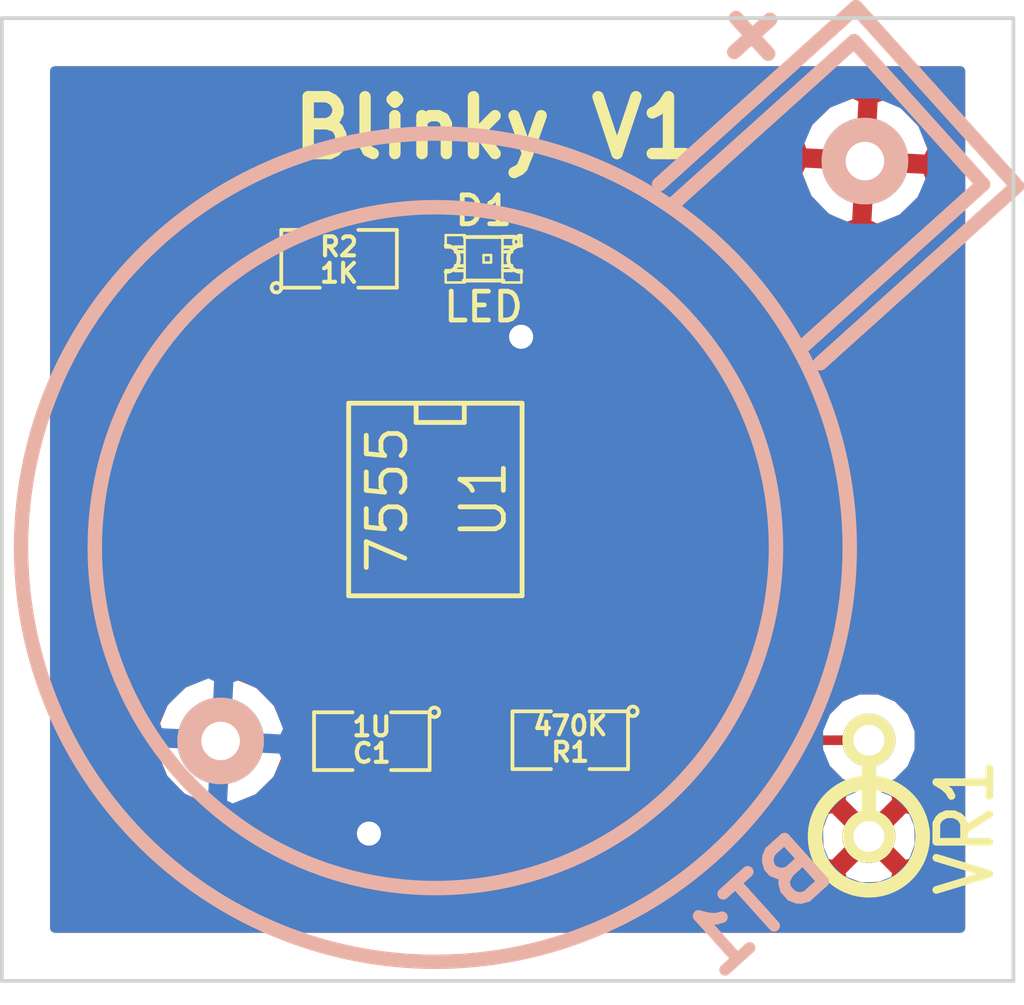
<source format=kicad_pcb>
(kicad_pcb (version 3) (host pcbnew "(2013-07-07 BZR 4022)-stable")

  (general
    (links 13)
    (no_connects 0)
    (area 191.719999 113.568872 218.982106 139.750001)
    (thickness 1.6)
    (drawings 5)
    (tracks 30)
    (zones 0)
    (modules 7)
    (nets 7)
  )

  (page USLedger)
  (title_block 
    (title "Getting to Blinky SMD")
    (company "Joseph Young")
  )

  (layers
    (15 F.Cu signal)
    (0 B.Cu signal)
    (16 B.Adhes user)
    (17 F.Adhes user)
    (18 B.Paste user)
    (19 F.Paste user)
    (20 B.SilkS user)
    (21 F.SilkS user)
    (22 B.Mask user)
    (23 F.Mask user)
    (24 Dwgs.User user)
    (25 Cmts.User user)
    (26 Eco1.User user)
    (27 Eco2.User user)
    (28 Edge.Cuts user)
  )

  (setup
    (last_trace_width 0.254)
    (trace_clearance 0.254)
    (zone_clearance 0.508)
    (zone_45_only no)
    (trace_min 0.254)
    (segment_width 0.2)
    (edge_width 0.1)
    (via_size 0.889)
    (via_drill 0.635)
    (via_min_size 0.889)
    (via_min_drill 0.508)
    (uvia_size 0.508)
    (uvia_drill 0.127)
    (uvias_allowed no)
    (uvia_min_size 0.508)
    (uvia_min_drill 0.127)
    (pcb_text_width 0.3)
    (pcb_text_size 1.5 1.5)
    (mod_edge_width 0.15)
    (mod_text_size 1 1)
    (mod_text_width 0.15)
    (pad_size 1.397 1.397)
    (pad_drill 0.8128)
    (pad_to_mask_clearance 0)
    (aux_axis_origin 0 0)
    (visible_elements 7FFFFFFF)
    (pcbplotparams
      (layerselection 284196865)
      (usegerberextensions true)
      (excludeedgelayer true)
      (linewidth 0.150000)
      (plotframeref false)
      (viasonmask false)
      (mode 1)
      (useauxorigin false)
      (hpglpennumber 1)
      (hpglpenspeed 20)
      (hpglpendiameter 15)
      (hpglpenoverlay 2)
      (psnegative false)
      (psa4output false)
      (plotreference true)
      (plotvalue true)
      (plotothertext true)
      (plotinvisibletext false)
      (padsonsilk false)
      (subtractmaskfromsilk false)
      (outputformat 1)
      (mirror false)
      (drillshape 0)
      (scaleselection 1)
      (outputdirectory Gerbers))
  )

  (net 0 "")
  (net 1 GND)
  (net 2 N-000001)
  (net 3 N-000007)
  (net 4 N-000008)
  (net 5 N-000009)
  (net 6 VBAT)

  (net_class Default "This is the default net class."
    (clearance 0.254)
    (trace_width 0.254)
    (via_dia 0.889)
    (via_drill 0.635)
    (uvia_dia 0.508)
    (uvia_drill 0.127)
    (add_net "")
    (add_net GND)
    (add_net N-000001)
    (add_net N-000007)
    (add_net N-000008)
    (add_net N-000009)
    (add_net VBAT)
  )

  (module SO8N (layer F.Cu) (tedit 45127296) (tstamp 52EC762A)
    (at 203.2 127 270)
    (descr "Module CMS SOJ 8 pins large")
    (tags "CMS SOJ")
    (path /52E89512)
    (attr smd)
    (fp_text reference U1 (at 0 -1.27 270) (layer F.SilkS)
      (effects (font (size 1.143 1.016) (thickness 0.127)))
    )
    (fp_text value 7555 (at 0 1.27 270) (layer F.SilkS)
      (effects (font (size 1.016 1.016) (thickness 0.127)))
    )
    (fp_line (start -2.54 -2.286) (end 2.54 -2.286) (layer F.SilkS) (width 0.127))
    (fp_line (start 2.54 -2.286) (end 2.54 2.286) (layer F.SilkS) (width 0.127))
    (fp_line (start 2.54 2.286) (end -2.54 2.286) (layer F.SilkS) (width 0.127))
    (fp_line (start -2.54 2.286) (end -2.54 -2.286) (layer F.SilkS) (width 0.127))
    (fp_line (start -2.54 -0.762) (end -2.032 -0.762) (layer F.SilkS) (width 0.127))
    (fp_line (start -2.032 -0.762) (end -2.032 0.508) (layer F.SilkS) (width 0.127))
    (fp_line (start -2.032 0.508) (end -2.54 0.508) (layer F.SilkS) (width 0.127))
    (pad 8 smd rect (at -1.905 -3.175 270) (size 0.508 1.143)
      (layers F.Cu F.Paste F.Mask)
      (net 6 VBAT)
    )
    (pad 7 smd rect (at -0.635 -3.175 270) (size 0.508 1.143)
      (layers F.Cu F.Paste F.Mask)
      (net 4 N-000008)
    )
    (pad 6 smd rect (at 0.635 -3.175 270) (size 0.508 1.143)
      (layers F.Cu F.Paste F.Mask)
      (net 3 N-000007)
    )
    (pad 5 smd rect (at 1.905 -3.175 270) (size 0.508 1.143)
      (layers F.Cu F.Paste F.Mask)
    )
    (pad 4 smd rect (at 1.905 3.175 270) (size 0.508 1.143)
      (layers F.Cu F.Paste F.Mask)
      (net 6 VBAT)
    )
    (pad 3 smd rect (at 0.635 3.175 270) (size 0.508 1.143)
      (layers F.Cu F.Paste F.Mask)
      (net 2 N-000001)
    )
    (pad 2 smd rect (at -0.635 3.175 270) (size 0.508 1.143)
      (layers F.Cu F.Paste F.Mask)
      (net 3 N-000007)
    )
    (pad 1 smd rect (at -1.905 3.175 270) (size 0.508 1.143)
      (layers F.Cu F.Paste F.Mask)
      (net 1 GND)
    )
    (model smd/cms_so8.wrl
      (at (xyz 0 0 0))
      (scale (xyz 0.5 0.38 0.5))
      (rotate (xyz 0 0 0))
    )
  )

  (module SM0805 (layer F.Cu) (tedit 5091495C) (tstamp 52EC7637)
    (at 201.5236 133.3754 180)
    (path /52E888AF)
    (attr smd)
    (fp_text reference C1 (at 0 -0.3175 180) (layer F.SilkS)
      (effects (font (size 0.50038 0.50038) (thickness 0.10922)))
    )
    (fp_text value 1U (at 0 0.381 180) (layer F.SilkS)
      (effects (font (size 0.50038 0.50038) (thickness 0.10922)))
    )
    (fp_circle (center -1.651 0.762) (end -1.651 0.635) (layer F.SilkS) (width 0.09906))
    (fp_line (start -0.508 0.762) (end -1.524 0.762) (layer F.SilkS) (width 0.09906))
    (fp_line (start -1.524 0.762) (end -1.524 -0.762) (layer F.SilkS) (width 0.09906))
    (fp_line (start -1.524 -0.762) (end -0.508 -0.762) (layer F.SilkS) (width 0.09906))
    (fp_line (start 0.508 -0.762) (end 1.524 -0.762) (layer F.SilkS) (width 0.09906))
    (fp_line (start 1.524 -0.762) (end 1.524 0.762) (layer F.SilkS) (width 0.09906))
    (fp_line (start 1.524 0.762) (end 0.508 0.762) (layer F.SilkS) (width 0.09906))
    (pad 1 smd rect (at -0.9525 0 180) (size 0.889 1.397)
      (layers F.Cu F.Paste F.Mask)
      (net 3 N-000007)
    )
    (pad 2 smd rect (at 0.9525 0 180) (size 0.889 1.397)
      (layers F.Cu F.Paste F.Mask)
      (net 1 GND)
    )
    (model smd/chip_cms.wrl
      (at (xyz 0 0 0))
      (scale (xyz 0.1 0.1 0.1))
      (rotate (xyz 0 0 0))
    )
  )

  (module SM0805 (layer F.Cu) (tedit 5091495C) (tstamp 52EC7644)
    (at 206.756 133.35 180)
    (path /52E888BF)
    (attr smd)
    (fp_text reference R1 (at 0 -0.3175 180) (layer F.SilkS)
      (effects (font (size 0.50038 0.50038) (thickness 0.10922)))
    )
    (fp_text value 470K (at 0 0.381 180) (layer F.SilkS)
      (effects (font (size 0.50038 0.50038) (thickness 0.10922)))
    )
    (fp_circle (center -1.651 0.762) (end -1.651 0.635) (layer F.SilkS) (width 0.09906))
    (fp_line (start -0.508 0.762) (end -1.524 0.762) (layer F.SilkS) (width 0.09906))
    (fp_line (start -1.524 0.762) (end -1.524 -0.762) (layer F.SilkS) (width 0.09906))
    (fp_line (start -1.524 -0.762) (end -0.508 -0.762) (layer F.SilkS) (width 0.09906))
    (fp_line (start 0.508 -0.762) (end 1.524 -0.762) (layer F.SilkS) (width 0.09906))
    (fp_line (start 1.524 -0.762) (end 1.524 0.762) (layer F.SilkS) (width 0.09906))
    (fp_line (start 1.524 0.762) (end 0.508 0.762) (layer F.SilkS) (width 0.09906))
    (pad 1 smd rect (at -0.9525 0 180) (size 0.889 1.397)
      (layers F.Cu F.Paste F.Mask)
      (net 4 N-000008)
    )
    (pad 2 smd rect (at 0.9525 0 180) (size 0.889 1.397)
      (layers F.Cu F.Paste F.Mask)
      (net 3 N-000007)
    )
    (model smd/chip_cms.wrl
      (at (xyz 0 0 0))
      (scale (xyz 0.1 0.1 0.1))
      (rotate (xyz 0 0 0))
    )
  )

  (module SM0805 (layer F.Cu) (tedit 5091495C) (tstamp 52EC7651)
    (at 200.66 120.65)
    (path /52E88AE4)
    (attr smd)
    (fp_text reference R2 (at 0 -0.3175) (layer F.SilkS)
      (effects (font (size 0.50038 0.50038) (thickness 0.10922)))
    )
    (fp_text value 1K (at 0 0.381) (layer F.SilkS)
      (effects (font (size 0.50038 0.50038) (thickness 0.10922)))
    )
    (fp_circle (center -1.651 0.762) (end -1.651 0.635) (layer F.SilkS) (width 0.09906))
    (fp_line (start -0.508 0.762) (end -1.524 0.762) (layer F.SilkS) (width 0.09906))
    (fp_line (start -1.524 0.762) (end -1.524 -0.762) (layer F.SilkS) (width 0.09906))
    (fp_line (start -1.524 -0.762) (end -0.508 -0.762) (layer F.SilkS) (width 0.09906))
    (fp_line (start 0.508 -0.762) (end 1.524 -0.762) (layer F.SilkS) (width 0.09906))
    (fp_line (start 1.524 -0.762) (end 1.524 0.762) (layer F.SilkS) (width 0.09906))
    (fp_line (start 1.524 0.762) (end 0.508 0.762) (layer F.SilkS) (width 0.09906))
    (pad 1 smd rect (at -0.9525 0) (size 0.889 1.397)
      (layers F.Cu F.Paste F.Mask)
      (net 2 N-000001)
    )
    (pad 2 smd rect (at 0.9525 0) (size 0.889 1.397)
      (layers F.Cu F.Paste F.Mask)
      (net 5 N-000009)
    )
    (model smd/chip_cms.wrl
      (at (xyz 0 0 0))
      (scale (xyz 0.1 0.1 0.1))
      (rotate (xyz 0 0 0))
    )
  )

  (module R1 (layer F.Cu) (tedit 52EC8CCC) (tstamp 52EC7659)
    (at 214.63 134.62 90)
    (descr "Resistance verticale")
    (tags R)
    (path /52E88911)
    (autoplace_cost90 10)
    (autoplace_cost180 10)
    (fp_text reference VR1 (at -1.016 2.54 90) (layer F.SilkS)
      (effects (font (size 1.397 1.27) (thickness 0.2032)))
    )
    (fp_text value VR (at -1.143 2.54 90) (layer F.SilkS) hide
      (effects (font (size 1.397 1.27) (thickness 0.2032)))
    )
    (fp_line (start -1.27 0) (end 1.27 0) (layer F.SilkS) (width 0.381))
    (fp_circle (center -1.27 0) (end -0.635 1.27) (layer F.SilkS) (width 0.381))
    (pad 1 thru_hole circle (at -1.27 0 90) (size 1.397 1.397) (drill 0.8128)
      (layers *.Cu *.Mask F.SilkS)
      (net 6 VBAT)
    )
    (pad 2 thru_hole circle (at 1.27 0 90) (size 1.397 1.397) (drill 0.8128)
      (layers *.Cu *.Mask F.SilkS)
      (net 4 N-000008)
    )
    (model discret/verti_resistor.wrl
      (at (xyz 0 0 0))
      (scale (xyz 1 1 1))
      (rotate (xyz 0 0 0))
    )
  )

  (module LED-0805 (layer F.Cu) (tedit 49DC4C0B) (tstamp 52EC7E2C)
    (at 204.47 120.65)
    (descr "LED 0805 smd package")
    (tags "LED 0805 SMD")
    (path /52E88B13)
    (attr smd)
    (fp_text reference D1 (at 0 -1.27) (layer F.SilkS)
      (effects (font (size 0.762 0.762) (thickness 0.127)))
    )
    (fp_text value LED (at 0 1.27) (layer F.SilkS)
      (effects (font (size 0.762 0.762) (thickness 0.127)))
    )
    (fp_line (start 0.49784 0.29972) (end 0.49784 0.62484) (layer F.SilkS) (width 0.06604))
    (fp_line (start 0.49784 0.62484) (end 0.99822 0.62484) (layer F.SilkS) (width 0.06604))
    (fp_line (start 0.99822 0.29972) (end 0.99822 0.62484) (layer F.SilkS) (width 0.06604))
    (fp_line (start 0.49784 0.29972) (end 0.99822 0.29972) (layer F.SilkS) (width 0.06604))
    (fp_line (start 0.49784 -0.32258) (end 0.49784 -0.17272) (layer F.SilkS) (width 0.06604))
    (fp_line (start 0.49784 -0.17272) (end 0.7493 -0.17272) (layer F.SilkS) (width 0.06604))
    (fp_line (start 0.7493 -0.32258) (end 0.7493 -0.17272) (layer F.SilkS) (width 0.06604))
    (fp_line (start 0.49784 -0.32258) (end 0.7493 -0.32258) (layer F.SilkS) (width 0.06604))
    (fp_line (start 0.49784 0.17272) (end 0.49784 0.32258) (layer F.SilkS) (width 0.06604))
    (fp_line (start 0.49784 0.32258) (end 0.7493 0.32258) (layer F.SilkS) (width 0.06604))
    (fp_line (start 0.7493 0.17272) (end 0.7493 0.32258) (layer F.SilkS) (width 0.06604))
    (fp_line (start 0.49784 0.17272) (end 0.7493 0.17272) (layer F.SilkS) (width 0.06604))
    (fp_line (start 0.49784 -0.19812) (end 0.49784 0.19812) (layer F.SilkS) (width 0.06604))
    (fp_line (start 0.49784 0.19812) (end 0.6731 0.19812) (layer F.SilkS) (width 0.06604))
    (fp_line (start 0.6731 -0.19812) (end 0.6731 0.19812) (layer F.SilkS) (width 0.06604))
    (fp_line (start 0.49784 -0.19812) (end 0.6731 -0.19812) (layer F.SilkS) (width 0.06604))
    (fp_line (start -0.99822 0.29972) (end -0.99822 0.62484) (layer F.SilkS) (width 0.06604))
    (fp_line (start -0.99822 0.62484) (end -0.49784 0.62484) (layer F.SilkS) (width 0.06604))
    (fp_line (start -0.49784 0.29972) (end -0.49784 0.62484) (layer F.SilkS) (width 0.06604))
    (fp_line (start -0.99822 0.29972) (end -0.49784 0.29972) (layer F.SilkS) (width 0.06604))
    (fp_line (start -0.99822 -0.62484) (end -0.99822 -0.29972) (layer F.SilkS) (width 0.06604))
    (fp_line (start -0.99822 -0.29972) (end -0.49784 -0.29972) (layer F.SilkS) (width 0.06604))
    (fp_line (start -0.49784 -0.62484) (end -0.49784 -0.29972) (layer F.SilkS) (width 0.06604))
    (fp_line (start -0.99822 -0.62484) (end -0.49784 -0.62484) (layer F.SilkS) (width 0.06604))
    (fp_line (start -0.7493 0.17272) (end -0.7493 0.32258) (layer F.SilkS) (width 0.06604))
    (fp_line (start -0.7493 0.32258) (end -0.49784 0.32258) (layer F.SilkS) (width 0.06604))
    (fp_line (start -0.49784 0.17272) (end -0.49784 0.32258) (layer F.SilkS) (width 0.06604))
    (fp_line (start -0.7493 0.17272) (end -0.49784 0.17272) (layer F.SilkS) (width 0.06604))
    (fp_line (start -0.7493 -0.32258) (end -0.7493 -0.17272) (layer F.SilkS) (width 0.06604))
    (fp_line (start -0.7493 -0.17272) (end -0.49784 -0.17272) (layer F.SilkS) (width 0.06604))
    (fp_line (start -0.49784 -0.32258) (end -0.49784 -0.17272) (layer F.SilkS) (width 0.06604))
    (fp_line (start -0.7493 -0.32258) (end -0.49784 -0.32258) (layer F.SilkS) (width 0.06604))
    (fp_line (start -0.6731 -0.19812) (end -0.6731 0.19812) (layer F.SilkS) (width 0.06604))
    (fp_line (start -0.6731 0.19812) (end -0.49784 0.19812) (layer F.SilkS) (width 0.06604))
    (fp_line (start -0.49784 -0.19812) (end -0.49784 0.19812) (layer F.SilkS) (width 0.06604))
    (fp_line (start -0.6731 -0.19812) (end -0.49784 -0.19812) (layer F.SilkS) (width 0.06604))
    (fp_line (start 0 -0.09906) (end 0 0.09906) (layer F.SilkS) (width 0.06604))
    (fp_line (start 0 0.09906) (end 0.19812 0.09906) (layer F.SilkS) (width 0.06604))
    (fp_line (start 0.19812 -0.09906) (end 0.19812 0.09906) (layer F.SilkS) (width 0.06604))
    (fp_line (start 0 -0.09906) (end 0.19812 -0.09906) (layer F.SilkS) (width 0.06604))
    (fp_line (start 0.49784 -0.59944) (end 0.49784 -0.29972) (layer F.SilkS) (width 0.06604))
    (fp_line (start 0.49784 -0.29972) (end 0.79756 -0.29972) (layer F.SilkS) (width 0.06604))
    (fp_line (start 0.79756 -0.59944) (end 0.79756 -0.29972) (layer F.SilkS) (width 0.06604))
    (fp_line (start 0.49784 -0.59944) (end 0.79756 -0.59944) (layer F.SilkS) (width 0.06604))
    (fp_line (start 0.92456 -0.62484) (end 0.92456 -0.39878) (layer F.SilkS) (width 0.06604))
    (fp_line (start 0.92456 -0.39878) (end 0.99822 -0.39878) (layer F.SilkS) (width 0.06604))
    (fp_line (start 0.99822 -0.62484) (end 0.99822 -0.39878) (layer F.SilkS) (width 0.06604))
    (fp_line (start 0.92456 -0.62484) (end 0.99822 -0.62484) (layer F.SilkS) (width 0.06604))
    (fp_line (start 0.52324 0.57404) (end -0.52324 0.57404) (layer F.SilkS) (width 0.1016))
    (fp_line (start -0.49784 -0.57404) (end 0.92456 -0.57404) (layer F.SilkS) (width 0.1016))
    (fp_circle (center 0.84836 -0.44958) (end 0.89916 -0.50038) (layer F.SilkS) (width 0.0508))
    (fp_arc (start 0.99822 0) (end 0.99822 0.34798) (angle 180) (layer F.SilkS) (width 0.1016))
    (fp_arc (start -0.99822 0) (end -0.99822 -0.34798) (angle 180) (layer F.SilkS) (width 0.1016))
    (pad 1 smd rect (at -1.04902 0) (size 1.19888 1.19888)
      (layers F.Cu F.Paste F.Mask)
      (net 5 N-000009)
    )
    (pad 2 smd rect (at 1.04902 0) (size 1.19888 1.19888)
      (layers F.Cu F.Paste F.Mask)
      (net 1 GND)
    )
  )

  (module CR2032H (layer B.Cu) (tedit 52EC9108) (tstamp 52EC76A7)
    (at 203.2 128.27 42)
    (path /52E88D6D)
    (fp_text reference BT1 (at 0 12.7 42) (layer B.SilkS)
      (effects (font (size 1.524 1.524) (thickness 0.3048)) (justify mirror))
    )
    (fp_text value BATTERY (at 0.181239 0.026472 132) (layer B.SilkS) hide
      (effects (font (size 1.524 1.524) (thickness 0.3048)) (justify mirror))
    )
    (fp_line (start 15.24 -3.81) (end 15.24 -5.08) (layer B.SilkS) (width 0.381))
    (fp_line (start 14.605 -4.445) (end 15.875 -4.445) (layer B.SilkS) (width 0.381))
    (fp_line (start 10.795 2.54) (end 17.145 2.54) (layer B.SilkS) (width 0.381))
    (fp_line (start 17.145 2.54) (end 17.145 -2.54) (layer B.SilkS) (width 0.381))
    (fp_line (start 17.145 -2.54) (end 10.795 -2.54) (layer B.SilkS) (width 0.381))
    (fp_line (start 17.145 3.175) (end 17.78 3.175) (layer B.SilkS) (width 0.381))
    (fp_line (start 17.78 3.175) (end 17.78 -3.175) (layer B.SilkS) (width 0.381))
    (fp_line (start 17.78 -3.175) (end 17.145 -3.175) (layer B.SilkS) (width 0.381))
    (fp_line (start 15.875 3.175) (end 17.145 3.175) (layer B.SilkS) (width 0.381))
    (fp_line (start 17.145 -3.175) (end 10.795 -3.175) (layer B.SilkS) (width 0.381))
    (fp_line (start 10.795 3.175) (end 15.875 3.175) (layer B.SilkS) (width 0.381))
    (fp_circle (center 0 0) (end -1.27 8.89) (layer B.SilkS) (width 0.381))
    (fp_circle (center 0 0) (end 6.35 -8.89) (layer B.SilkS) (width 0.381))
    (pad 2 thru_hole circle (at -7.62 0 42) (size 2.286 2.286) (drill 1.016)
      (layers *.Cu *.Mask B.SilkS)
      (net 1 GND)
    )
    (pad 1 thru_hole circle (at 15.24 0 42) (size 2.286 2.286) (drill 1.016)
      (layers *.Cu *.Mask B.SilkS)
      (net 6 VBAT)
    )
  )

  (gr_text "Blinky V1" (at 204.7748 117.1956) (layer F.SilkS)
    (effects (font (size 1.5 1.5) (thickness 0.3)))
  )
  (gr_line (start 191.77 139.7) (end 191.77 114.3) (angle 90) (layer Edge.Cuts) (width 0.1))
  (gr_line (start 218.44 139.7) (end 191.77 139.7) (angle 90) (layer Edge.Cuts) (width 0.1))
  (gr_line (start 218.44 114.3) (end 218.44 139.7) (angle 90) (layer Edge.Cuts) (width 0.1))
  (gr_line (start 191.77 114.3) (end 218.44 114.3) (angle 90) (layer Edge.Cuts) (width 0.1))

  (segment (start 200.5711 133.3754) (end 200.5711 134.9375) (width 0.254) (layer F.Cu) (net 1))
  (via (at 201.4474 135.8138) (size 0.889) (layers F.Cu B.Cu) (net 1))
  (segment (start 200.5711 134.9375) (end 201.4474 135.8138) (width 0.254) (layer F.Cu) (net 1) (tstamp 52EC8A5F))
  (segment (start 200.025 125.095) (end 203.073 125.095) (width 0.254) (layer F.Cu) (net 1))
  (segment (start 203.073 125.095) (end 205.4606 122.7074) (width 0.254) (layer F.Cu) (net 1) (tstamp 52EC8A50))
  (segment (start 205.51902 120.65) (end 205.51902 122.64898) (width 0.254) (layer F.Cu) (net 1))
  (segment (start 205.4606 122.7074) (end 205.4352 122.7328) (width 0.254) (layer B.Cu) (net 1) (tstamp 52EC8A40))
  (via (at 205.4606 122.7074) (size 0.889) (layers F.Cu B.Cu) (net 1))
  (segment (start 205.51902 122.64898) (end 205.4606 122.7074) (width 0.254) (layer F.Cu) (net 1) (tstamp 52EC8A27))
  (segment (start 200.025 127.635) (end 198.2216 127.635) (width 0.254) (layer F.Cu) (net 2))
  (segment (start 198.2724 120.65) (end 199.7075 120.65) (width 0.254) (layer F.Cu) (net 2) (tstamp 52EC8AC6))
  (segment (start 197.231 121.6914) (end 198.2724 120.65) (width 0.254) (layer F.Cu) (net 2) (tstamp 52EC8AC0))
  (segment (start 197.231 126.6444) (end 197.231 121.6914) (width 0.254) (layer F.Cu) (net 2) (tstamp 52EC8ABB))
  (segment (start 198.2216 127.635) (end 197.231 126.6444) (width 0.254) (layer F.Cu) (net 2) (tstamp 52EC8AB1))
  (segment (start 205.8035 133.35) (end 202.5015 133.35) (width 0.254) (layer F.Cu) (net 3))
  (segment (start 202.5015 133.35) (end 202.4761 133.3754) (width 0.254) (layer F.Cu) (net 3) (tstamp 52EC89ED))
  (segment (start 205.8035 133.35) (end 205.8035 131.6609) (width 0.254) (layer F.Cu) (net 3))
  (segment (start 204.2668 130.1242) (end 204.2668 127.635) (width 0.254) (layer F.Cu) (net 3) (tstamp 52EC89E0))
  (segment (start 205.8035 131.6609) (end 204.2668 130.1242) (width 0.254) (layer F.Cu) (net 3) (tstamp 52EC89D7))
  (segment (start 200.025 126.365) (end 202.0062 126.365) (width 0.254) (layer F.Cu) (net 3))
  (segment (start 203.2762 127.635) (end 204.2668 127.635) (width 0.254) (layer F.Cu) (net 3) (tstamp 52EC89CA))
  (segment (start 204.2668 127.635) (end 206.375 127.635) (width 0.254) (layer F.Cu) (net 3) (tstamp 52EC89E4))
  (segment (start 202.0062 126.365) (end 203.2762 127.635) (width 0.254) (layer F.Cu) (net 3) (tstamp 52EC89B4))
  (segment (start 206.375 126.365) (end 208.9404 126.365) (width 0.254) (layer F.Cu) (net 4))
  (segment (start 209.8548 131.9784) (end 211.2264 133.35) (width 0.254) (layer F.Cu) (net 4) (tstamp 52EC898E))
  (segment (start 209.8548 127.2794) (end 209.8548 131.9784) (width 0.254) (layer F.Cu) (net 4) (tstamp 52EC8969))
  (segment (start 208.9404 126.365) (end 209.8548 127.2794) (width 0.254) (layer F.Cu) (net 4) (tstamp 52EC8953))
  (segment (start 214.63 133.35) (end 211.2264 133.35) (width 0.254) (layer F.Cu) (net 4))
  (segment (start 211.2264 133.35) (end 207.7085 133.35) (width 0.254) (layer F.Cu) (net 4) (tstamp 52EC899B))
  (segment (start 201.6125 120.65) (end 203.42098 120.65) (width 0.254) (layer F.Cu) (net 5))

  (zone (net 1) (net_name GND) (layer B.Cu) (tstamp 52EC7C0E) (hatch edge 0.508)
    (connect_pads (clearance 0.508))
    (min_thickness 0.254)
    (fill (arc_segments 16) (thermal_gap 0.508) (thermal_bridge_width 0.508))
    (polygon
      (pts
        (xy 193.04 115.57) (xy 217.17 115.57) (xy 217.17 138.43) (xy 193.04 138.43)
      )
    )
    (filled_polygon
      (pts
        (xy 217.043 138.303) (xy 216.303835 138.303) (xy 216.303835 117.720336) (xy 216.033721 117.06661) (xy 215.533998 116.566014)
        (xy 214.880745 116.294759) (xy 214.173413 116.294142) (xy 213.519687 116.564256) (xy 213.019091 117.063979) (xy 212.747836 117.717232)
        (xy 212.747219 118.424564) (xy 213.017333 119.07829) (xy 213.517056 119.578886) (xy 214.170309 119.850141) (xy 214.877641 119.850758)
        (xy 215.531367 119.580644) (xy 216.031963 119.080921) (xy 216.303218 118.427668) (xy 216.303835 117.720336) (xy 216.303835 138.303)
        (xy 215.96373 138.303) (xy 215.96373 135.625914) (xy 215.761145 135.13562) (xy 215.386353 134.760174) (xy 215.048551 134.619906)
        (xy 215.38438 134.481145) (xy 215.759826 134.106353) (xy 215.963267 133.616413) (xy 215.96373 133.085914) (xy 215.761145 132.59562)
        (xy 215.386353 132.220174) (xy 214.896413 132.016733) (xy 214.365914 132.01627) (xy 213.87562 132.218855) (xy 213.500174 132.593647)
        (xy 213.296733 133.083587) (xy 213.29627 133.614086) (xy 213.498855 134.10438) (xy 213.873647 134.479826) (xy 214.211448 134.620093)
        (xy 213.87562 134.758855) (xy 213.500174 135.133647) (xy 213.296733 135.623587) (xy 213.29627 136.154086) (xy 213.498855 136.64438)
        (xy 213.873647 137.019826) (xy 214.363587 137.223267) (xy 214.894086 137.22373) (xy 215.38438 137.021145) (xy 215.759826 136.646353)
        (xy 215.963267 136.156413) (xy 215.96373 135.625914) (xy 215.96373 138.303) (xy 199.322433 138.303) (xy 199.322433 133.053444)
        (xy 199.065871 132.394282) (xy 198.576588 131.883478) (xy 198.037444 131.626319) (xy 197.750374 131.728482) (xy 197.670709 133.248596)
        (xy 199.190822 133.328262) (xy 199.322433 133.053444) (xy 199.322433 138.303) (xy 199.279692 138.303) (xy 199.279692 133.868983)
        (xy 199.177529 133.581913) (xy 197.657415 133.502248) (xy 197.577749 135.022361) (xy 197.852567 135.153972) (xy 198.511729 134.89741)
        (xy 199.022533 134.408127) (xy 199.279692 133.868983) (xy 199.279692 138.303) (xy 197.496723 138.303) (xy 197.496723 131.715189)
        (xy 197.221905 131.583578) (xy 196.562743 131.84014) (xy 196.051939 132.329423) (xy 195.79478 132.868567) (xy 195.896943 133.155637)
        (xy 197.417057 133.235302) (xy 197.496723 131.715189) (xy 197.496723 138.303) (xy 197.403763 138.303) (xy 197.403763 133.488954)
        (xy 195.88365 133.409288) (xy 195.752039 133.684106) (xy 196.008601 134.343268) (xy 196.497884 134.854072) (xy 197.037028 135.111231)
        (xy 197.324098 135.009068) (xy 197.403763 133.488954) (xy 197.403763 138.303) (xy 193.167 138.303) (xy 193.167 115.697)
        (xy 217.043 115.697) (xy 217.043 138.303)
      )
    )
  )
  (zone (net 6) (net_name VBAT) (layer F.Cu) (tstamp 52EC7CB3) (hatch edge 0.508)
    (connect_pads (clearance 0.508))
    (min_thickness 0.254)
    (fill (arc_segments 16) (thermal_gap 0.508) (thermal_bridge_width 0.508))
    (polygon
      (pts
        (xy 217.17 138.43) (xy 193.04 138.43) (xy 193.04 115.57) (xy 217.17 115.57)
      )
    )
    (filled_polygon
      (pts
        (xy 217.043 138.303) (xy 216.310724 138.303) (xy 216.310724 117.757119) (xy 216.054162 117.097957) (xy 215.564879 116.587153)
        (xy 215.025735 116.329994) (xy 214.738665 116.432157) (xy 214.659 117.952271) (xy 216.179113 118.031937) (xy 216.310724 117.757119)
        (xy 216.310724 138.303) (xy 216.267983 138.303) (xy 216.267983 118.572658) (xy 216.16582 118.285588) (xy 214.645706 118.205923)
        (xy 214.56604 119.726036) (xy 214.840858 119.857647) (xy 215.50002 119.601085) (xy 216.010824 119.111802) (xy 216.267983 118.572658)
        (xy 216.267983 138.303) (xy 215.975924 138.303) (xy 215.975924 136.08252) (xy 215.96373 135.858064) (xy 215.96373 133.085914)
        (xy 215.761145 132.59562) (xy 215.386353 132.220174) (xy 214.896413 132.016733) (xy 214.485014 132.016373) (xy 214.485014 116.418864)
        (xy 214.210196 116.287253) (xy 213.551034 116.543815) (xy 213.04023 117.033098) (xy 212.783071 117.572242) (xy 212.885234 117.859312)
        (xy 214.405348 117.938977) (xy 214.485014 116.418864) (xy 214.485014 132.016373) (xy 214.392054 132.016292) (xy 214.392054 118.192629)
        (xy 212.871941 118.112963) (xy 212.74033 118.387781) (xy 212.996892 119.046943) (xy 213.486175 119.557747) (xy 214.025319 119.814906)
        (xy 214.312389 119.712743) (xy 214.392054 118.192629) (xy 214.392054 132.016292) (xy 214.365914 132.01627) (xy 213.87562 132.218855)
        (xy 213.50583 132.588) (xy 211.54203 132.588) (xy 210.6168 131.662769) (xy 210.6168 127.2794) (xy 210.616799 127.279399)
        (xy 210.558796 126.987795) (xy 210.393615 126.740585) (xy 210.393615 126.740584) (xy 209.479215 125.826185) (xy 209.232005 125.661004)
        (xy 208.9404 125.603) (xy 207.52862 125.603) (xy 207.58161 125.474755) (xy 207.58161 124.715245) (xy 207.485141 124.481771)
        (xy 207.306668 124.302987) (xy 207.073364 124.206111) (xy 206.820745 124.20589) (xy 206.66075 124.206) (xy 206.502 124.36475)
        (xy 206.502 124.968) (xy 207.42275 124.968) (xy 207.5815 124.80925) (xy 207.58161 124.715245) (xy 207.58161 125.474755)
        (xy 207.5815 125.38075) (xy 207.42275 125.222) (xy 206.502 125.222) (xy 206.502 125.242) (xy 206.248 125.242)
        (xy 206.248 125.222) (xy 206.248 124.968) (xy 206.248 124.36475) (xy 206.08925 124.206) (xy 205.929255 124.20589)
        (xy 205.676636 124.206111) (xy 205.443332 124.302987) (xy 205.264859 124.481771) (xy 205.16839 124.715245) (xy 205.1685 124.80925)
        (xy 205.32725 124.968) (xy 206.248 124.968) (xy 206.248 125.222) (xy 205.32725 125.222) (xy 205.1685 125.38075)
        (xy 205.16839 125.474755) (xy 205.264859 125.708229) (xy 205.286473 125.729881) (xy 205.265487 125.750832) (xy 205.168611 125.984136)
        (xy 205.16839 126.236755) (xy 205.16839 126.744755) (xy 205.221379 126.873) (xy 204.2668 126.873) (xy 203.59183 126.873)
        (xy 202.57583 125.857) (xy 203.073 125.857) (xy 203.073 125.856999) (xy 203.364604 125.798996) (xy 203.364605 125.798996)
        (xy 203.611815 125.633815) (xy 205.458731 123.786899) (xy 205.674384 123.787087) (xy 206.071289 123.623089) (xy 206.375222 123.319686)
        (xy 206.539913 122.923068) (xy 206.540287 122.493616) (xy 206.376289 122.096711) (xy 206.28102 122.001275) (xy 206.28102 121.869342)
        (xy 206.477689 121.788081) (xy 206.656473 121.609608) (xy 206.753349 121.376304) (xy 206.75357 121.123685) (xy 206.75357 119.924805)
        (xy 206.657101 119.691331) (xy 206.478628 119.512547) (xy 206.245324 119.415671) (xy 205.992705 119.41545) (xy 204.793825 119.41545)
        (xy 204.560351 119.511919) (xy 204.469999 119.602113) (xy 204.380588 119.512547) (xy 204.147284 119.415671) (xy 203.894665 119.41545)
        (xy 202.695785 119.41545) (xy 202.499917 119.49638) (xy 202.417168 119.413487) (xy 202.183864 119.316611) (xy 201.931245 119.31639)
        (xy 201.042245 119.31639) (xy 200.808771 119.412859) (xy 200.659897 119.561473) (xy 200.512168 119.413487) (xy 200.278864 119.316611)
        (xy 200.026245 119.31639) (xy 199.137245 119.31639) (xy 198.903771 119.412859) (xy 198.724987 119.591332) (xy 198.628111 119.824636)
        (xy 198.628055 119.888) (xy 198.2724 119.888) (xy 197.980795 119.946004) (xy 197.733585 120.111185) (xy 196.692185 121.152585)
        (xy 196.527004 121.399795) (xy 196.469 121.6914) (xy 196.469 126.6444) (xy 196.527004 126.936005) (xy 196.692185 127.183215)
        (xy 197.682784 128.173815) (xy 197.682785 128.173815) (xy 197.929995 128.338996) (xy 198.221599 128.396999) (xy 198.2216 128.397)
        (xy 198.871379 128.397) (xy 198.81839 128.525245) (xy 198.8185 128.61925) (xy 198.97725 128.778) (xy 199.898 128.778)
        (xy 199.898 128.758) (xy 200.152 128.758) (xy 200.152 128.778) (xy 201.07275 128.778) (xy 201.2315 128.61925)
        (xy 201.23161 128.525245) (xy 201.135141 128.291771) (xy 201.113526 128.270118) (xy 201.134513 128.249168) (xy 201.231389 128.015864)
        (xy 201.23161 127.763245) (xy 201.23161 127.255245) (xy 201.17862 127.127) (xy 201.690569 127.127) (xy 202.737384 128.173815)
        (xy 202.737385 128.173815) (xy 202.984595 128.338996) (xy 203.2762 128.397) (xy 203.5048 128.397) (xy 203.5048 130.1242)
        (xy 203.562804 130.415805) (xy 203.727985 130.663015) (xy 205.0415 131.97653) (xy 205.0415 132.095617) (xy 204.999771 132.112859)
        (xy 204.820987 132.291332) (xy 204.724111 132.524636) (xy 204.724055 132.588) (xy 203.55571 132.588) (xy 203.55571 132.551145)
        (xy 203.459241 132.317671) (xy 203.280768 132.138887) (xy 203.047464 132.042011) (xy 202.794845 132.04179) (xy 201.905845 132.04179)
        (xy 201.672371 132.138259) (xy 201.523497 132.286873) (xy 201.375768 132.138887) (xy 201.23161 132.079027) (xy 201.23161 129.284755)
        (xy 201.2315 129.19075) (xy 201.07275 129.032) (xy 200.152 129.032) (xy 200.152 129.63525) (xy 200.31075 129.794)
        (xy 200.470745 129.79411) (xy 200.723364 129.793889) (xy 200.956668 129.697013) (xy 201.135141 129.518229) (xy 201.23161 129.284755)
        (xy 201.23161 132.079027) (xy 201.142464 132.042011) (xy 200.889845 132.04179) (xy 200.000845 132.04179) (xy 199.898 132.084284)
        (xy 199.898 129.63525) (xy 199.898 129.032) (xy 198.97725 129.032) (xy 198.8185 129.19075) (xy 198.81839 129.284755)
        (xy 198.914859 129.518229) (xy 199.093332 129.697013) (xy 199.326636 129.793889) (xy 199.579255 129.79411) (xy 199.73925 129.794)
        (xy 199.898 129.63525) (xy 199.898 132.084284) (xy 199.767371 132.138259) (xy 199.588587 132.316732) (xy 199.491711 132.550036)
        (xy 199.49149 132.802655) (xy 199.49149 134.199655) (xy 199.587959 134.433129) (xy 199.766432 134.611913) (xy 199.8091 134.62963)
        (xy 199.8091 134.9375) (xy 199.867104 135.229105) (xy 200.032285 135.476315) (xy 200.3679 135.811931) (xy 200.367713 136.027584)
        (xy 200.531711 136.424489) (xy 200.835114 136.728422) (xy 201.231732 136.893113) (xy 201.661184 136.893487) (xy 202.058089 136.729489)
        (xy 202.362022 136.426086) (xy 202.526713 136.029468) (xy 202.527087 135.600016) (xy 202.363089 135.203111) (xy 202.059686 134.899178)
        (xy 201.663068 134.734487) (xy 201.445527 134.734297) (xy 201.338699 134.627469) (xy 201.374829 134.612541) (xy 201.523702 134.463926)
        (xy 201.671432 134.611913) (xy 201.904736 134.708789) (xy 202.157355 134.70901) (xy 203.046355 134.70901) (xy 203.279829 134.612541)
        (xy 203.458613 134.434068) (xy 203.555489 134.200764) (xy 203.555566 134.112) (xy 204.72389 134.112) (xy 204.72389 134.174255)
        (xy 204.820359 134.407729) (xy 204.998832 134.586513) (xy 205.232136 134.683389) (xy 205.484755 134.68361) (xy 206.373755 134.68361)
        (xy 206.607229 134.587141) (xy 206.756102 134.438526) (xy 206.903832 134.586513) (xy 207.137136 134.683389) (xy 207.389755 134.68361)
        (xy 208.278755 134.68361) (xy 208.512229 134.587141) (xy 208.691013 134.408668) (xy 208.787889 134.175364) (xy 208.787944 134.112)
        (xy 211.2264 134.112) (xy 213.506461 134.112) (xy 213.873647 134.479826) (xy 214.195122 134.613314) (xy 213.937072 134.720202)
        (xy 213.875419 134.955814) (xy 214.63 135.710395) (xy 215.384581 134.955814) (xy 215.322928 134.720202) (xy 215.043683 134.621917)
        (xy 215.38438 134.481145) (xy 215.759826 134.106353) (xy 215.963267 133.616413) (xy 215.96373 133.085914) (xy 215.96373 135.858064)
        (xy 215.947146 135.552802) (xy 215.799798 135.197072) (xy 215.564186 135.135419) (xy 214.809605 135.89) (xy 215.564186 136.644581)
        (xy 215.799798 136.582928) (xy 215.975924 136.08252) (xy 215.975924 138.303) (xy 215.384581 138.303) (xy 215.384581 136.824186)
        (xy 214.63 136.069605) (xy 214.450395 136.24921) (xy 214.450395 135.89) (xy 213.695814 135.135419) (xy 213.460202 135.197072)
        (xy 213.284076 135.69748) (xy 213.312854 136.227198) (xy 213.460202 136.582928) (xy 213.695814 136.644581) (xy 214.450395 135.89)
        (xy 214.450395 136.24921) (xy 213.875419 136.824186) (xy 213.937072 137.059798) (xy 214.43748 137.235924) (xy 214.967198 137.207146)
        (xy 215.322928 137.059798) (xy 215.384581 136.824186) (xy 215.384581 138.303) (xy 199.315544 138.303) (xy 199.315544 133.016661)
        (xy 199.04543 132.362935) (xy 198.545707 131.862339) (xy 197.892454 131.591084) (xy 197.185122 131.590467) (xy 196.531396 131.860581)
        (xy 196.0308 132.360304) (xy 195.759545 133.013557) (xy 195.758928 133.720889) (xy 196.029042 134.374615) (xy 196.528765 134.875211)
        (xy 197.182018 135.146466) (xy 197.88935 135.147083) (xy 198.543076 134.876969) (xy 199.043672 134.377246) (xy 199.314927 133.723993)
        (xy 199.315544 133.016661) (xy 199.315544 138.303) (xy 193.167 138.303) (xy 193.167 115.697) (xy 217.043 115.697)
        (xy 217.043 138.303)
      )
    )
  )
)

</source>
